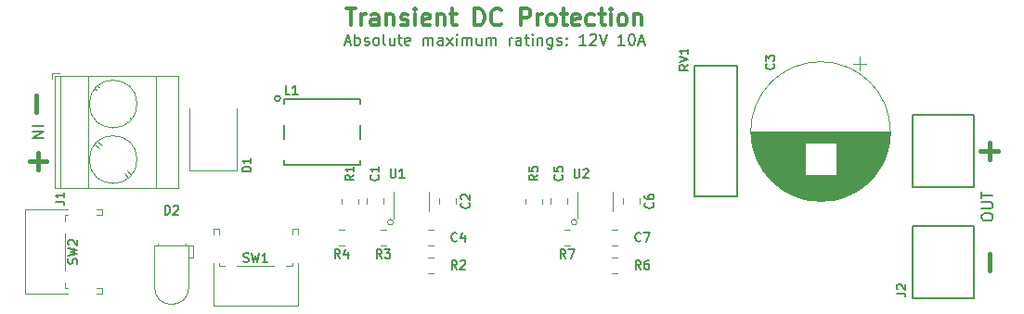
<source format=gto>
%TF.GenerationSoftware,KiCad,Pcbnew,5.1.12-84ad8e8a86~92~ubuntu18.04.1*%
%TF.CreationDate,2023-04-20T21:37:03+02:00*%
%TF.ProjectId,transient-dc-protection,7472616e-7369-4656-9e74-2d64632d7072,rev?*%
%TF.SameCoordinates,Original*%
%TF.FileFunction,Legend,Top*%
%TF.FilePolarity,Positive*%
%FSLAX46Y46*%
G04 Gerber Fmt 4.6, Leading zero omitted, Abs format (unit mm)*
G04 Created by KiCad (PCBNEW 5.1.12-84ad8e8a86~92~ubuntu18.04.1) date 2023-04-20 21:37:03*
%MOMM*%
%LPD*%
G01*
G04 APERTURE LIST*
%ADD10C,0.150000*%
%ADD11C,0.304800*%
%ADD12C,0.120000*%
%ADD13C,0.152400*%
%ADD14C,0.381000*%
G04 APERTURE END LIST*
D10*
X29537142Y-5246666D02*
X30013333Y-5246666D01*
X29441904Y-5532380D02*
X29775238Y-4532380D01*
X30108571Y-5532380D01*
X30441904Y-5532380D02*
X30441904Y-4532380D01*
X30441904Y-4913333D02*
X30537142Y-4865714D01*
X30727619Y-4865714D01*
X30822857Y-4913333D01*
X30870476Y-4960952D01*
X30918095Y-5056190D01*
X30918095Y-5341904D01*
X30870476Y-5437142D01*
X30822857Y-5484761D01*
X30727619Y-5532380D01*
X30537142Y-5532380D01*
X30441904Y-5484761D01*
X31299047Y-5484761D02*
X31394285Y-5532380D01*
X31584761Y-5532380D01*
X31679999Y-5484761D01*
X31727619Y-5389523D01*
X31727619Y-5341904D01*
X31679999Y-5246666D01*
X31584761Y-5199047D01*
X31441904Y-5199047D01*
X31346666Y-5151428D01*
X31299047Y-5056190D01*
X31299047Y-5008571D01*
X31346666Y-4913333D01*
X31441904Y-4865714D01*
X31584761Y-4865714D01*
X31679999Y-4913333D01*
X32299047Y-5532380D02*
X32203809Y-5484761D01*
X32156190Y-5437142D01*
X32108571Y-5341904D01*
X32108571Y-5056190D01*
X32156190Y-4960952D01*
X32203809Y-4913333D01*
X32299047Y-4865714D01*
X32441904Y-4865714D01*
X32537142Y-4913333D01*
X32584761Y-4960952D01*
X32632380Y-5056190D01*
X32632380Y-5341904D01*
X32584761Y-5437142D01*
X32537142Y-5484761D01*
X32441904Y-5532380D01*
X32299047Y-5532380D01*
X33203809Y-5532380D02*
X33108571Y-5484761D01*
X33060952Y-5389523D01*
X33060952Y-4532380D01*
X34013333Y-4865714D02*
X34013333Y-5532380D01*
X33584761Y-4865714D02*
X33584761Y-5389523D01*
X33632380Y-5484761D01*
X33727619Y-5532380D01*
X33870476Y-5532380D01*
X33965714Y-5484761D01*
X34013333Y-5437142D01*
X34346666Y-4865714D02*
X34727619Y-4865714D01*
X34489523Y-4532380D02*
X34489523Y-5389523D01*
X34537142Y-5484761D01*
X34632380Y-5532380D01*
X34727619Y-5532380D01*
X35441904Y-5484761D02*
X35346666Y-5532380D01*
X35156190Y-5532380D01*
X35060952Y-5484761D01*
X35013333Y-5389523D01*
X35013333Y-5008571D01*
X35060952Y-4913333D01*
X35156190Y-4865714D01*
X35346666Y-4865714D01*
X35441904Y-4913333D01*
X35489523Y-5008571D01*
X35489523Y-5103809D01*
X35013333Y-5199047D01*
X36680000Y-5532380D02*
X36680000Y-4865714D01*
X36680000Y-4960952D02*
X36727619Y-4913333D01*
X36822857Y-4865714D01*
X36965714Y-4865714D01*
X37060952Y-4913333D01*
X37108571Y-5008571D01*
X37108571Y-5532380D01*
X37108571Y-5008571D02*
X37156190Y-4913333D01*
X37251428Y-4865714D01*
X37394285Y-4865714D01*
X37489523Y-4913333D01*
X37537142Y-5008571D01*
X37537142Y-5532380D01*
X38441904Y-5532380D02*
X38441904Y-5008571D01*
X38394285Y-4913333D01*
X38299047Y-4865714D01*
X38108571Y-4865714D01*
X38013333Y-4913333D01*
X38441904Y-5484761D02*
X38346666Y-5532380D01*
X38108571Y-5532380D01*
X38013333Y-5484761D01*
X37965714Y-5389523D01*
X37965714Y-5294285D01*
X38013333Y-5199047D01*
X38108571Y-5151428D01*
X38346666Y-5151428D01*
X38441904Y-5103809D01*
X38822857Y-5532380D02*
X39346666Y-4865714D01*
X38822857Y-4865714D02*
X39346666Y-5532380D01*
X39727619Y-5532380D02*
X39727619Y-4865714D01*
X39727619Y-4532380D02*
X39680000Y-4580000D01*
X39727619Y-4627619D01*
X39775238Y-4580000D01*
X39727619Y-4532380D01*
X39727619Y-4627619D01*
X40203809Y-5532380D02*
X40203809Y-4865714D01*
X40203809Y-4960952D02*
X40251428Y-4913333D01*
X40346666Y-4865714D01*
X40489523Y-4865714D01*
X40584761Y-4913333D01*
X40632380Y-5008571D01*
X40632380Y-5532380D01*
X40632380Y-5008571D02*
X40680000Y-4913333D01*
X40775238Y-4865714D01*
X40918095Y-4865714D01*
X41013333Y-4913333D01*
X41060952Y-5008571D01*
X41060952Y-5532380D01*
X41965714Y-4865714D02*
X41965714Y-5532380D01*
X41537142Y-4865714D02*
X41537142Y-5389523D01*
X41584761Y-5484761D01*
X41680000Y-5532380D01*
X41822857Y-5532380D01*
X41918095Y-5484761D01*
X41965714Y-5437142D01*
X42441904Y-5532380D02*
X42441904Y-4865714D01*
X42441904Y-4960952D02*
X42489523Y-4913333D01*
X42584761Y-4865714D01*
X42727619Y-4865714D01*
X42822857Y-4913333D01*
X42870476Y-5008571D01*
X42870476Y-5532380D01*
X42870476Y-5008571D02*
X42918095Y-4913333D01*
X43013333Y-4865714D01*
X43156190Y-4865714D01*
X43251428Y-4913333D01*
X43299047Y-5008571D01*
X43299047Y-5532380D01*
X44537142Y-5532380D02*
X44537142Y-4865714D01*
X44537142Y-5056190D02*
X44584761Y-4960952D01*
X44632380Y-4913333D01*
X44727619Y-4865714D01*
X44822857Y-4865714D01*
X45584761Y-5532380D02*
X45584761Y-5008571D01*
X45537142Y-4913333D01*
X45441904Y-4865714D01*
X45251428Y-4865714D01*
X45156190Y-4913333D01*
X45584761Y-5484761D02*
X45489523Y-5532380D01*
X45251428Y-5532380D01*
X45156190Y-5484761D01*
X45108571Y-5389523D01*
X45108571Y-5294285D01*
X45156190Y-5199047D01*
X45251428Y-5151428D01*
X45489523Y-5151428D01*
X45584761Y-5103809D01*
X45918095Y-4865714D02*
X46299047Y-4865714D01*
X46060952Y-4532380D02*
X46060952Y-5389523D01*
X46108571Y-5484761D01*
X46203809Y-5532380D01*
X46299047Y-5532380D01*
X46632380Y-5532380D02*
X46632380Y-4865714D01*
X46632380Y-4532380D02*
X46584761Y-4580000D01*
X46632380Y-4627619D01*
X46680000Y-4580000D01*
X46632380Y-4532380D01*
X46632380Y-4627619D01*
X47108571Y-4865714D02*
X47108571Y-5532380D01*
X47108571Y-4960952D02*
X47156190Y-4913333D01*
X47251428Y-4865714D01*
X47394285Y-4865714D01*
X47489523Y-4913333D01*
X47537142Y-5008571D01*
X47537142Y-5532380D01*
X48441904Y-4865714D02*
X48441904Y-5675238D01*
X48394285Y-5770476D01*
X48346666Y-5818095D01*
X48251428Y-5865714D01*
X48108571Y-5865714D01*
X48013333Y-5818095D01*
X48441904Y-5484761D02*
X48346666Y-5532380D01*
X48156190Y-5532380D01*
X48060952Y-5484761D01*
X48013333Y-5437142D01*
X47965714Y-5341904D01*
X47965714Y-5056190D01*
X48013333Y-4960952D01*
X48060952Y-4913333D01*
X48156190Y-4865714D01*
X48346666Y-4865714D01*
X48441904Y-4913333D01*
X48870476Y-5484761D02*
X48965714Y-5532380D01*
X49156190Y-5532380D01*
X49251428Y-5484761D01*
X49299047Y-5389523D01*
X49299047Y-5341904D01*
X49251428Y-5246666D01*
X49156190Y-5199047D01*
X49013333Y-5199047D01*
X48918095Y-5151428D01*
X48870476Y-5056190D01*
X48870476Y-5008571D01*
X48918095Y-4913333D01*
X49013333Y-4865714D01*
X49156190Y-4865714D01*
X49251428Y-4913333D01*
X49727619Y-5437142D02*
X49775238Y-5484761D01*
X49727619Y-5532380D01*
X49680000Y-5484761D01*
X49727619Y-5437142D01*
X49727619Y-5532380D01*
X49727619Y-4913333D02*
X49775238Y-4960952D01*
X49727619Y-5008571D01*
X49680000Y-4960952D01*
X49727619Y-4913333D01*
X49727619Y-5008571D01*
X51489523Y-5532380D02*
X50918095Y-5532380D01*
X51203809Y-5532380D02*
X51203809Y-4532380D01*
X51108571Y-4675238D01*
X51013333Y-4770476D01*
X50918095Y-4818095D01*
X51870476Y-4627619D02*
X51918095Y-4580000D01*
X52013333Y-4532380D01*
X52251428Y-4532380D01*
X52346666Y-4580000D01*
X52394285Y-4627619D01*
X52441904Y-4722857D01*
X52441904Y-4818095D01*
X52394285Y-4960952D01*
X51822857Y-5532380D01*
X52441904Y-5532380D01*
X52727619Y-4532380D02*
X53060952Y-5532380D01*
X53394285Y-4532380D01*
X55013333Y-5532380D02*
X54441904Y-5532380D01*
X54727619Y-5532380D02*
X54727619Y-4532380D01*
X54632380Y-4675238D01*
X54537142Y-4770476D01*
X54441904Y-4818095D01*
X55632380Y-4532380D02*
X55727619Y-4532380D01*
X55822857Y-4580000D01*
X55870476Y-4627619D01*
X55918095Y-4722857D01*
X55965714Y-4913333D01*
X55965714Y-5151428D01*
X55918095Y-5341904D01*
X55870476Y-5437142D01*
X55822857Y-5484761D01*
X55727619Y-5532380D01*
X55632380Y-5532380D01*
X55537142Y-5484761D01*
X55489523Y-5437142D01*
X55441904Y-5341904D01*
X55394285Y-5151428D01*
X55394285Y-4913333D01*
X55441904Y-4722857D01*
X55489523Y-4627619D01*
X55537142Y-4580000D01*
X55632380Y-4532380D01*
X56346666Y-5246666D02*
X56822857Y-5246666D01*
X56251428Y-5532380D02*
X56584761Y-4532380D01*
X56918095Y-5532380D01*
D11*
X29609142Y-2213428D02*
X30480000Y-2213428D01*
X30044571Y-3737428D02*
X30044571Y-2213428D01*
X30988000Y-3737428D02*
X30988000Y-2721428D01*
X30988000Y-3011714D02*
X31060571Y-2866571D01*
X31133142Y-2794000D01*
X31278285Y-2721428D01*
X31423428Y-2721428D01*
X32584571Y-3737428D02*
X32584571Y-2939142D01*
X32512000Y-2794000D01*
X32366857Y-2721428D01*
X32076571Y-2721428D01*
X31931428Y-2794000D01*
X32584571Y-3664857D02*
X32439428Y-3737428D01*
X32076571Y-3737428D01*
X31931428Y-3664857D01*
X31858857Y-3519714D01*
X31858857Y-3374571D01*
X31931428Y-3229428D01*
X32076571Y-3156857D01*
X32439428Y-3156857D01*
X32584571Y-3084285D01*
X33310285Y-2721428D02*
X33310285Y-3737428D01*
X33310285Y-2866571D02*
X33382857Y-2794000D01*
X33528000Y-2721428D01*
X33745714Y-2721428D01*
X33890857Y-2794000D01*
X33963428Y-2939142D01*
X33963428Y-3737428D01*
X34616571Y-3664857D02*
X34761714Y-3737428D01*
X35052000Y-3737428D01*
X35197142Y-3664857D01*
X35269714Y-3519714D01*
X35269714Y-3447142D01*
X35197142Y-3302000D01*
X35052000Y-3229428D01*
X34834285Y-3229428D01*
X34689142Y-3156857D01*
X34616571Y-3011714D01*
X34616571Y-2939142D01*
X34689142Y-2794000D01*
X34834285Y-2721428D01*
X35052000Y-2721428D01*
X35197142Y-2794000D01*
X35922857Y-3737428D02*
X35922857Y-2721428D01*
X35922857Y-2213428D02*
X35850285Y-2286000D01*
X35922857Y-2358571D01*
X35995428Y-2286000D01*
X35922857Y-2213428D01*
X35922857Y-2358571D01*
X37229142Y-3664857D02*
X37084000Y-3737428D01*
X36793714Y-3737428D01*
X36648571Y-3664857D01*
X36576000Y-3519714D01*
X36576000Y-2939142D01*
X36648571Y-2794000D01*
X36793714Y-2721428D01*
X37084000Y-2721428D01*
X37229142Y-2794000D01*
X37301714Y-2939142D01*
X37301714Y-3084285D01*
X36576000Y-3229428D01*
X37954857Y-2721428D02*
X37954857Y-3737428D01*
X37954857Y-2866571D02*
X38027428Y-2794000D01*
X38172571Y-2721428D01*
X38390285Y-2721428D01*
X38535428Y-2794000D01*
X38608000Y-2939142D01*
X38608000Y-3737428D01*
X39116000Y-2721428D02*
X39696571Y-2721428D01*
X39333714Y-2213428D02*
X39333714Y-3519714D01*
X39406285Y-3664857D01*
X39551428Y-3737428D01*
X39696571Y-3737428D01*
X41365714Y-3737428D02*
X41365714Y-2213428D01*
X41728571Y-2213428D01*
X41946285Y-2286000D01*
X42091428Y-2431142D01*
X42164000Y-2576285D01*
X42236571Y-2866571D01*
X42236571Y-3084285D01*
X42164000Y-3374571D01*
X42091428Y-3519714D01*
X41946285Y-3664857D01*
X41728571Y-3737428D01*
X41365714Y-3737428D01*
X43760571Y-3592285D02*
X43688000Y-3664857D01*
X43470285Y-3737428D01*
X43325142Y-3737428D01*
X43107428Y-3664857D01*
X42962285Y-3519714D01*
X42889714Y-3374571D01*
X42817142Y-3084285D01*
X42817142Y-2866571D01*
X42889714Y-2576285D01*
X42962285Y-2431142D01*
X43107428Y-2286000D01*
X43325142Y-2213428D01*
X43470285Y-2213428D01*
X43688000Y-2286000D01*
X43760571Y-2358571D01*
X45574857Y-3737428D02*
X45574857Y-2213428D01*
X46155428Y-2213428D01*
X46300571Y-2286000D01*
X46373142Y-2358571D01*
X46445714Y-2503714D01*
X46445714Y-2721428D01*
X46373142Y-2866571D01*
X46300571Y-2939142D01*
X46155428Y-3011714D01*
X45574857Y-3011714D01*
X47098857Y-3737428D02*
X47098857Y-2721428D01*
X47098857Y-3011714D02*
X47171428Y-2866571D01*
X47244000Y-2794000D01*
X47389142Y-2721428D01*
X47534285Y-2721428D01*
X48260000Y-3737428D02*
X48114857Y-3664857D01*
X48042285Y-3592285D01*
X47969714Y-3447142D01*
X47969714Y-3011714D01*
X48042285Y-2866571D01*
X48114857Y-2794000D01*
X48260000Y-2721428D01*
X48477714Y-2721428D01*
X48622857Y-2794000D01*
X48695428Y-2866571D01*
X48768000Y-3011714D01*
X48768000Y-3447142D01*
X48695428Y-3592285D01*
X48622857Y-3664857D01*
X48477714Y-3737428D01*
X48260000Y-3737428D01*
X49203428Y-2721428D02*
X49784000Y-2721428D01*
X49421142Y-2213428D02*
X49421142Y-3519714D01*
X49493714Y-3664857D01*
X49638857Y-3737428D01*
X49784000Y-3737428D01*
X50872571Y-3664857D02*
X50727428Y-3737428D01*
X50437142Y-3737428D01*
X50291999Y-3664857D01*
X50219428Y-3519714D01*
X50219428Y-2939142D01*
X50291999Y-2794000D01*
X50437142Y-2721428D01*
X50727428Y-2721428D01*
X50872571Y-2794000D01*
X50945142Y-2939142D01*
X50945142Y-3084285D01*
X50219428Y-3229428D01*
X52251428Y-3664857D02*
X52106285Y-3737428D01*
X51815999Y-3737428D01*
X51670857Y-3664857D01*
X51598285Y-3592285D01*
X51525714Y-3447142D01*
X51525714Y-3011714D01*
X51598285Y-2866571D01*
X51670857Y-2794000D01*
X51815999Y-2721428D01*
X52106285Y-2721428D01*
X52251428Y-2794000D01*
X52686857Y-2721428D02*
X53267428Y-2721428D01*
X52904571Y-2213428D02*
X52904571Y-3519714D01*
X52977142Y-3664857D01*
X53122285Y-3737428D01*
X53267428Y-3737428D01*
X53775428Y-3737428D02*
X53775428Y-2721428D01*
X53775428Y-2213428D02*
X53702857Y-2286000D01*
X53775428Y-2358571D01*
X53847999Y-2286000D01*
X53775428Y-2213428D01*
X53775428Y-2358571D01*
X54718857Y-3737428D02*
X54573714Y-3664857D01*
X54501142Y-3592285D01*
X54428571Y-3447142D01*
X54428571Y-3011714D01*
X54501142Y-2866571D01*
X54573714Y-2794000D01*
X54718857Y-2721428D01*
X54936571Y-2721428D01*
X55081714Y-2794000D01*
X55154285Y-2866571D01*
X55226857Y-3011714D01*
X55226857Y-3447142D01*
X55154285Y-3592285D01*
X55081714Y-3664857D01*
X54936571Y-3737428D01*
X54718857Y-3737428D01*
X55879999Y-2721428D02*
X55879999Y-3737428D01*
X55879999Y-2866571D02*
X55952571Y-2794000D01*
X56097714Y-2721428D01*
X56315428Y-2721428D01*
X56460571Y-2794000D01*
X56533142Y-2939142D01*
X56533142Y-3737428D01*
D12*
X33909000Y-21717000D02*
G75*
G03*
X33909000Y-21717000I-254000J0D01*
G01*
X50673000Y-21717000D02*
G75*
G03*
X50673000Y-21717000I-254000J0D01*
G01*
D13*
X87581619Y-21336000D02*
X87581619Y-21142476D01*
X87630000Y-21045714D01*
X87726761Y-20948952D01*
X87920285Y-20900571D01*
X88258952Y-20900571D01*
X88452476Y-20948952D01*
X88549238Y-21045714D01*
X88597619Y-21142476D01*
X88597619Y-21336000D01*
X88549238Y-21432761D01*
X88452476Y-21529523D01*
X88258952Y-21577904D01*
X87920285Y-21577904D01*
X87726761Y-21529523D01*
X87630000Y-21432761D01*
X87581619Y-21336000D01*
X87581619Y-20465142D02*
X88404095Y-20465142D01*
X88500857Y-20416761D01*
X88549238Y-20368380D01*
X88597619Y-20271619D01*
X88597619Y-20078095D01*
X88549238Y-19981333D01*
X88500857Y-19932952D01*
X88404095Y-19884571D01*
X87581619Y-19884571D01*
X87581619Y-19545904D02*
X87581619Y-18965333D01*
X88597619Y-19255619D02*
X87581619Y-19255619D01*
D14*
X88283142Y-26174095D02*
X88283142Y-24625904D01*
X88283142Y-16014095D02*
X88283142Y-14465904D01*
X89057238Y-15240000D02*
X87509047Y-15240000D01*
D13*
X1064380Y-12929809D02*
X2080380Y-12929809D01*
X1064380Y-13413619D02*
X2080380Y-13413619D01*
X1064380Y-13994190D01*
X2080380Y-13994190D01*
D14*
X1378857Y-10147904D02*
X1378857Y-11696095D01*
X749904Y-16147142D02*
X2298095Y-16147142D01*
X1524000Y-16921238D02*
X1524000Y-15373047D01*
D10*
%TO.C,L1*%
X23622000Y-10414000D02*
G75*
G03*
X23622000Y-10414000I-254000J0D01*
G01*
X23932000Y-10862000D02*
X23932000Y-10462000D01*
X30932000Y-10862000D02*
X30932000Y-10462000D01*
X30932000Y-16462000D02*
X30932000Y-16062000D01*
X23932000Y-16462000D02*
X23932000Y-16062000D01*
X23932000Y-10462000D02*
X30932000Y-10462000D01*
X30932000Y-12812000D02*
X30932000Y-14112000D01*
X30932000Y-16462000D02*
X23932000Y-16462000D01*
X23932000Y-14112000D02*
X23932000Y-12812000D01*
%TO.C,J2*%
X81280000Y-28702000D02*
X81280000Y-22098000D01*
X81280000Y-22098000D02*
X86868000Y-22098000D01*
X86868000Y-22098000D02*
X86868000Y-28702000D01*
X86868000Y-28702000D02*
X81280000Y-28702000D01*
X81280000Y-18542000D02*
X86868000Y-18542000D01*
X86868000Y-18542000D02*
X86868000Y-11938000D01*
X86868000Y-11938000D02*
X81280000Y-11938000D01*
X81280000Y-11938000D02*
X81280000Y-18542000D01*
D12*
%TO.C,C1*%
X31523000Y-19550748D02*
X31523000Y-20073252D01*
X32993000Y-19550748D02*
X32993000Y-20073252D01*
%TO.C,C2*%
X39597000Y-19550748D02*
X39597000Y-20073252D01*
X38127000Y-19550748D02*
X38127000Y-20073252D01*
%TO.C,C3*%
X79268000Y-13422000D02*
G75*
G03*
X79268000Y-13422000I-6370000J0D01*
G01*
X79228000Y-13422000D02*
X66568000Y-13422000D01*
X79228000Y-13462000D02*
X66568000Y-13462000D01*
X79228000Y-13502000D02*
X66568000Y-13502000D01*
X79227000Y-13542000D02*
X66569000Y-13542000D01*
X79226000Y-13582000D02*
X66570000Y-13582000D01*
X79225000Y-13622000D02*
X66571000Y-13622000D01*
X79224000Y-13662000D02*
X66572000Y-13662000D01*
X79222000Y-13702000D02*
X66574000Y-13702000D01*
X79220000Y-13742000D02*
X66576000Y-13742000D01*
X79218000Y-13782000D02*
X66578000Y-13782000D01*
X79216000Y-13822000D02*
X66580000Y-13822000D01*
X79213000Y-13862000D02*
X66583000Y-13862000D01*
X79210000Y-13902000D02*
X66586000Y-13902000D01*
X79207000Y-13942000D02*
X66589000Y-13942000D01*
X79204000Y-13982000D02*
X66592000Y-13982000D01*
X79200000Y-14022000D02*
X66596000Y-14022000D01*
X79196000Y-14062000D02*
X66600000Y-14062000D01*
X79192000Y-14102000D02*
X66604000Y-14102000D01*
X79188000Y-14143000D02*
X66608000Y-14143000D01*
X79183000Y-14183000D02*
X66613000Y-14183000D01*
X79178000Y-14223000D02*
X66618000Y-14223000D01*
X79173000Y-14263000D02*
X66623000Y-14263000D01*
X79167000Y-14303000D02*
X66629000Y-14303000D01*
X79162000Y-14343000D02*
X66634000Y-14343000D01*
X79156000Y-14383000D02*
X66640000Y-14383000D01*
X79150000Y-14423000D02*
X66646000Y-14423000D01*
X79143000Y-14463000D02*
X66653000Y-14463000D01*
X79136000Y-14503000D02*
X74338000Y-14503000D01*
X71458000Y-14503000D02*
X66660000Y-14503000D01*
X79129000Y-14543000D02*
X74338000Y-14543000D01*
X71458000Y-14543000D02*
X66667000Y-14543000D01*
X79122000Y-14583000D02*
X74338000Y-14583000D01*
X71458000Y-14583000D02*
X66674000Y-14583000D01*
X79114000Y-14623000D02*
X74338000Y-14623000D01*
X71458000Y-14623000D02*
X66682000Y-14623000D01*
X79107000Y-14663000D02*
X74338000Y-14663000D01*
X71458000Y-14663000D02*
X66689000Y-14663000D01*
X79099000Y-14703000D02*
X74338000Y-14703000D01*
X71458000Y-14703000D02*
X66697000Y-14703000D01*
X79090000Y-14743000D02*
X74338000Y-14743000D01*
X71458000Y-14743000D02*
X66706000Y-14743000D01*
X79082000Y-14783000D02*
X74338000Y-14783000D01*
X71458000Y-14783000D02*
X66714000Y-14783000D01*
X79073000Y-14823000D02*
X74338000Y-14823000D01*
X71458000Y-14823000D02*
X66723000Y-14823000D01*
X79064000Y-14863000D02*
X74338000Y-14863000D01*
X71458000Y-14863000D02*
X66732000Y-14863000D01*
X79054000Y-14903000D02*
X74338000Y-14903000D01*
X71458000Y-14903000D02*
X66742000Y-14903000D01*
X79044000Y-14943000D02*
X74338000Y-14943000D01*
X71458000Y-14943000D02*
X66752000Y-14943000D01*
X79035000Y-14983000D02*
X74338000Y-14983000D01*
X71458000Y-14983000D02*
X66761000Y-14983000D01*
X79024000Y-15023000D02*
X74338000Y-15023000D01*
X71458000Y-15023000D02*
X66772000Y-15023000D01*
X79014000Y-15063000D02*
X74338000Y-15063000D01*
X71458000Y-15063000D02*
X66782000Y-15063000D01*
X79003000Y-15103000D02*
X74338000Y-15103000D01*
X71458000Y-15103000D02*
X66793000Y-15103000D01*
X78992000Y-15143000D02*
X74338000Y-15143000D01*
X71458000Y-15143000D02*
X66804000Y-15143000D01*
X78981000Y-15183000D02*
X74338000Y-15183000D01*
X71458000Y-15183000D02*
X66815000Y-15183000D01*
X78969000Y-15223000D02*
X74338000Y-15223000D01*
X71458000Y-15223000D02*
X66827000Y-15223000D01*
X78957000Y-15263000D02*
X74338000Y-15263000D01*
X71458000Y-15263000D02*
X66839000Y-15263000D01*
X78945000Y-15303000D02*
X74338000Y-15303000D01*
X71458000Y-15303000D02*
X66851000Y-15303000D01*
X78932000Y-15343000D02*
X74338000Y-15343000D01*
X71458000Y-15343000D02*
X66864000Y-15343000D01*
X78919000Y-15383000D02*
X74338000Y-15383000D01*
X71458000Y-15383000D02*
X66877000Y-15383000D01*
X78906000Y-15423000D02*
X74338000Y-15423000D01*
X71458000Y-15423000D02*
X66890000Y-15423000D01*
X78893000Y-15463000D02*
X74338000Y-15463000D01*
X71458000Y-15463000D02*
X66903000Y-15463000D01*
X78879000Y-15503000D02*
X74338000Y-15503000D01*
X71458000Y-15503000D02*
X66917000Y-15503000D01*
X78865000Y-15543000D02*
X74338000Y-15543000D01*
X71458000Y-15543000D02*
X66931000Y-15543000D01*
X78851000Y-15583000D02*
X74338000Y-15583000D01*
X71458000Y-15583000D02*
X66945000Y-15583000D01*
X78837000Y-15623000D02*
X74338000Y-15623000D01*
X71458000Y-15623000D02*
X66959000Y-15623000D01*
X78822000Y-15663000D02*
X74338000Y-15663000D01*
X71458000Y-15663000D02*
X66974000Y-15663000D01*
X78806000Y-15703000D02*
X74338000Y-15703000D01*
X71458000Y-15703000D02*
X66990000Y-15703000D01*
X78791000Y-15743000D02*
X74338000Y-15743000D01*
X71458000Y-15743000D02*
X67005000Y-15743000D01*
X78775000Y-15783000D02*
X74338000Y-15783000D01*
X71458000Y-15783000D02*
X67021000Y-15783000D01*
X78759000Y-15823000D02*
X74338000Y-15823000D01*
X71458000Y-15823000D02*
X67037000Y-15823000D01*
X78743000Y-15863000D02*
X74338000Y-15863000D01*
X71458000Y-15863000D02*
X67053000Y-15863000D01*
X78726000Y-15903000D02*
X74338000Y-15903000D01*
X71458000Y-15903000D02*
X67070000Y-15903000D01*
X78709000Y-15943000D02*
X74338000Y-15943000D01*
X71458000Y-15943000D02*
X67087000Y-15943000D01*
X78691000Y-15983000D02*
X74338000Y-15983000D01*
X71458000Y-15983000D02*
X67105000Y-15983000D01*
X78674000Y-16023000D02*
X74338000Y-16023000D01*
X71458000Y-16023000D02*
X67122000Y-16023000D01*
X78656000Y-16063000D02*
X74338000Y-16063000D01*
X71458000Y-16063000D02*
X67140000Y-16063000D01*
X78637000Y-16103000D02*
X74338000Y-16103000D01*
X71458000Y-16103000D02*
X67159000Y-16103000D01*
X78619000Y-16143000D02*
X74338000Y-16143000D01*
X71458000Y-16143000D02*
X67177000Y-16143000D01*
X78600000Y-16183000D02*
X74338000Y-16183000D01*
X71458000Y-16183000D02*
X67196000Y-16183000D01*
X78580000Y-16223000D02*
X74338000Y-16223000D01*
X71458000Y-16223000D02*
X67216000Y-16223000D01*
X78560000Y-16263000D02*
X74338000Y-16263000D01*
X71458000Y-16263000D02*
X67236000Y-16263000D01*
X78540000Y-16303000D02*
X74338000Y-16303000D01*
X71458000Y-16303000D02*
X67256000Y-16303000D01*
X78520000Y-16343000D02*
X74338000Y-16343000D01*
X71458000Y-16343000D02*
X67276000Y-16343000D01*
X78499000Y-16383000D02*
X74338000Y-16383000D01*
X71458000Y-16383000D02*
X67297000Y-16383000D01*
X78478000Y-16423000D02*
X74338000Y-16423000D01*
X71458000Y-16423000D02*
X67318000Y-16423000D01*
X78456000Y-16463000D02*
X74338000Y-16463000D01*
X71458000Y-16463000D02*
X67340000Y-16463000D01*
X78434000Y-16503000D02*
X74338000Y-16503000D01*
X71458000Y-16503000D02*
X67362000Y-16503000D01*
X78412000Y-16543000D02*
X74338000Y-16543000D01*
X71458000Y-16543000D02*
X67384000Y-16543000D01*
X78389000Y-16583000D02*
X74338000Y-16583000D01*
X71458000Y-16583000D02*
X67407000Y-16583000D01*
X78366000Y-16623000D02*
X74338000Y-16623000D01*
X71458000Y-16623000D02*
X67430000Y-16623000D01*
X78343000Y-16663000D02*
X74338000Y-16663000D01*
X71458000Y-16663000D02*
X67453000Y-16663000D01*
X78319000Y-16703000D02*
X74338000Y-16703000D01*
X71458000Y-16703000D02*
X67477000Y-16703000D01*
X78295000Y-16743000D02*
X74338000Y-16743000D01*
X71458000Y-16743000D02*
X67501000Y-16743000D01*
X78270000Y-16783000D02*
X74338000Y-16783000D01*
X71458000Y-16783000D02*
X67526000Y-16783000D01*
X78245000Y-16823000D02*
X74338000Y-16823000D01*
X71458000Y-16823000D02*
X67551000Y-16823000D01*
X78220000Y-16863000D02*
X74338000Y-16863000D01*
X71458000Y-16863000D02*
X67576000Y-16863000D01*
X78194000Y-16903000D02*
X74338000Y-16903000D01*
X71458000Y-16903000D02*
X67602000Y-16903000D01*
X78168000Y-16943000D02*
X74338000Y-16943000D01*
X71458000Y-16943000D02*
X67628000Y-16943000D01*
X78141000Y-16983000D02*
X74338000Y-16983000D01*
X71458000Y-16983000D02*
X67655000Y-16983000D01*
X78114000Y-17023000D02*
X74338000Y-17023000D01*
X71458000Y-17023000D02*
X67682000Y-17023000D01*
X78086000Y-17063000D02*
X74338000Y-17063000D01*
X71458000Y-17063000D02*
X67710000Y-17063000D01*
X78058000Y-17103000D02*
X74338000Y-17103000D01*
X71458000Y-17103000D02*
X67738000Y-17103000D01*
X78029000Y-17143000D02*
X74338000Y-17143000D01*
X71458000Y-17143000D02*
X67767000Y-17143000D01*
X78000000Y-17183000D02*
X74338000Y-17183000D01*
X71458000Y-17183000D02*
X67796000Y-17183000D01*
X77971000Y-17223000D02*
X74338000Y-17223000D01*
X71458000Y-17223000D02*
X67825000Y-17223000D01*
X77941000Y-17263000D02*
X74338000Y-17263000D01*
X71458000Y-17263000D02*
X67855000Y-17263000D01*
X77910000Y-17303000D02*
X74338000Y-17303000D01*
X71458000Y-17303000D02*
X67886000Y-17303000D01*
X77880000Y-17343000D02*
X74338000Y-17343000D01*
X71458000Y-17343000D02*
X67916000Y-17343000D01*
X77848000Y-17383000D02*
X67948000Y-17383000D01*
X77816000Y-17423000D02*
X67980000Y-17423000D01*
X77783000Y-17463000D02*
X68013000Y-17463000D01*
X77750000Y-17503000D02*
X68046000Y-17503000D01*
X77717000Y-17543000D02*
X68079000Y-17543000D01*
X77683000Y-17583000D02*
X68113000Y-17583000D01*
X77648000Y-17623000D02*
X68148000Y-17623000D01*
X77612000Y-17663000D02*
X68184000Y-17663000D01*
X77576000Y-17703000D02*
X68220000Y-17703000D01*
X77540000Y-17743000D02*
X68256000Y-17743000D01*
X77503000Y-17783000D02*
X68293000Y-17783000D01*
X77465000Y-17823000D02*
X68331000Y-17823000D01*
X77426000Y-17863000D02*
X68370000Y-17863000D01*
X77387000Y-17903000D02*
X68409000Y-17903000D01*
X77347000Y-17943000D02*
X68449000Y-17943000D01*
X77306000Y-17983000D02*
X68490000Y-17983000D01*
X77265000Y-18023000D02*
X68531000Y-18023000D01*
X77223000Y-18063000D02*
X68573000Y-18063000D01*
X77180000Y-18103000D02*
X68616000Y-18103000D01*
X77136000Y-18143000D02*
X68660000Y-18143000D01*
X77092000Y-18183000D02*
X68704000Y-18183000D01*
X77046000Y-18223000D02*
X68750000Y-18223000D01*
X77000000Y-18263000D02*
X68796000Y-18263000D01*
X76953000Y-18303000D02*
X68843000Y-18303000D01*
X76905000Y-18343000D02*
X68891000Y-18343000D01*
X76855000Y-18383000D02*
X68941000Y-18383000D01*
X76805000Y-18423000D02*
X68991000Y-18423000D01*
X76754000Y-18463000D02*
X69042000Y-18463000D01*
X76702000Y-18503000D02*
X69094000Y-18503000D01*
X76648000Y-18543000D02*
X69148000Y-18543000D01*
X76594000Y-18583000D02*
X69202000Y-18583000D01*
X76538000Y-18623000D02*
X69258000Y-18623000D01*
X76481000Y-18663000D02*
X69315000Y-18663000D01*
X76422000Y-18703000D02*
X69374000Y-18703000D01*
X76362000Y-18743000D02*
X69434000Y-18743000D01*
X76300000Y-18783000D02*
X69496000Y-18783000D01*
X76237000Y-18823000D02*
X69559000Y-18823000D01*
X76173000Y-18863000D02*
X69623000Y-18863000D01*
X76106000Y-18903000D02*
X69690000Y-18903000D01*
X76038000Y-18943000D02*
X69758000Y-18943000D01*
X75967000Y-18983000D02*
X69829000Y-18983000D01*
X75894000Y-19023000D02*
X69902000Y-19023000D01*
X75819000Y-19063000D02*
X69977000Y-19063000D01*
X75742000Y-19103000D02*
X70054000Y-19103000D01*
X75662000Y-19143000D02*
X70134000Y-19143000D01*
X75579000Y-19183000D02*
X70217000Y-19183000D01*
X75492000Y-19223000D02*
X70304000Y-19223000D01*
X75402000Y-19263000D02*
X70394000Y-19263000D01*
X75308000Y-19303000D02*
X70488000Y-19303000D01*
X75210000Y-19343000D02*
X70586000Y-19343000D01*
X75107000Y-19383000D02*
X70689000Y-19383000D01*
X74998000Y-19423000D02*
X70798000Y-19423000D01*
X74882000Y-19463000D02*
X70914000Y-19463000D01*
X74759000Y-19503000D02*
X71037000Y-19503000D01*
X74626000Y-19543000D02*
X71170000Y-19543000D01*
X74481000Y-19583000D02*
X71315000Y-19583000D01*
X74320000Y-19623000D02*
X71476000Y-19623000D01*
X74139000Y-19663000D02*
X71657000Y-19663000D01*
X73926000Y-19703000D02*
X71870000Y-19703000D01*
X73655000Y-19743000D02*
X72141000Y-19743000D01*
X73215000Y-19783000D02*
X72581000Y-19783000D01*
X76473000Y-6604918D02*
X76473000Y-7854918D01*
X77098000Y-7229918D02*
X75848000Y-7229918D01*
%TO.C,C4*%
X37076748Y-22379000D02*
X37599252Y-22379000D01*
X37076748Y-23849000D02*
X37599252Y-23849000D01*
%TO.C,C5*%
X48287000Y-19550748D02*
X48287000Y-20073252D01*
X49757000Y-19550748D02*
X49757000Y-20073252D01*
%TO.C,C6*%
X56361000Y-19550748D02*
X56361000Y-20073252D01*
X54891000Y-19550748D02*
X54891000Y-20073252D01*
%TO.C,C7*%
X53840748Y-23849000D02*
X54363252Y-23849000D01*
X53840748Y-22379000D02*
X54363252Y-22379000D01*
%TO.C,D1*%
X15376000Y-17012000D02*
X19676000Y-17012000D01*
X19676000Y-17012000D02*
X19676000Y-11312000D01*
X15376000Y-17012000D02*
X15376000Y-11312000D01*
%TO.C,D2*%
X12156000Y-23816000D02*
X12156000Y-27676000D01*
X15276000Y-23816000D02*
X15276000Y-27676000D01*
X12156000Y-23816000D02*
X15276000Y-23816000D01*
X15676000Y-23816000D02*
X15676000Y-24936000D01*
X15676000Y-24936000D02*
X15276000Y-24936000D01*
X15276000Y-24936000D02*
X15276000Y-23816000D01*
X15276000Y-23816000D02*
X15676000Y-23816000D01*
X12446000Y-23686000D02*
X12446000Y-23816000D01*
X12446000Y-23816000D02*
X12446000Y-23816000D01*
X12446000Y-23816000D02*
X12446000Y-23686000D01*
X12446000Y-23686000D02*
X12446000Y-23686000D01*
X14986000Y-23686000D02*
X14986000Y-23816000D01*
X14986000Y-23816000D02*
X14986000Y-23816000D01*
X14986000Y-23816000D02*
X14986000Y-23686000D01*
X14986000Y-23686000D02*
X14986000Y-23686000D01*
X15276000Y-27676000D02*
G75*
G02*
X12156000Y-27676000I-1560000J0D01*
G01*
%TO.C,J1*%
X10562000Y-10922000D02*
G75*
G03*
X10562000Y-10922000I-2180000J0D01*
G01*
X10562000Y-16002000D02*
G75*
G03*
X10562000Y-16002000I-2180000J0D01*
G01*
X3582000Y-8322000D02*
X3582000Y-18602000D01*
X6082000Y-8322000D02*
X6082000Y-18602000D01*
X12282000Y-8322000D02*
X12282000Y-18602000D01*
X14342000Y-8322000D02*
X14342000Y-18602000D01*
X3022000Y-8322000D02*
X3022000Y-18602000D01*
X14342000Y-8322000D02*
X3022000Y-8322000D01*
X14342000Y-18602000D02*
X3022000Y-18602000D01*
X9770000Y-12576000D02*
X9663000Y-12469000D01*
X6835000Y-9640000D02*
X6728000Y-9534000D01*
X10036000Y-12310000D02*
X9929000Y-12203000D01*
X7101000Y-9374000D02*
X6994000Y-9268000D01*
X9770000Y-17656000D02*
X9374000Y-17261000D01*
X7108000Y-14995000D02*
X6728000Y-14615000D01*
X10036000Y-17390000D02*
X9656000Y-17010000D01*
X7390000Y-14744000D02*
X6994000Y-14349000D01*
X3522000Y-8082000D02*
X2782000Y-8082000D01*
X2782000Y-8082000D02*
X2782000Y-8582000D01*
%TO.C,R1*%
X29237000Y-19584936D02*
X29237000Y-20039064D01*
X30707000Y-19584936D02*
X30707000Y-20039064D01*
%TO.C,R2*%
X37565064Y-26389000D02*
X37110936Y-26389000D01*
X37565064Y-24919000D02*
X37110936Y-24919000D01*
%TO.C,R3*%
X32792936Y-22379000D02*
X33247064Y-22379000D01*
X32792936Y-23849000D02*
X33247064Y-23849000D01*
%TO.C,R4*%
X29437064Y-23849000D02*
X28982936Y-23849000D01*
X29437064Y-22379000D02*
X28982936Y-22379000D01*
%TO.C,R5*%
X47471000Y-19584936D02*
X47471000Y-20039064D01*
X46001000Y-19584936D02*
X46001000Y-20039064D01*
%TO.C,R6*%
X54329064Y-24919000D02*
X53874936Y-24919000D01*
X54329064Y-26389000D02*
X53874936Y-26389000D01*
%TO.C,R7*%
X49556936Y-23849000D02*
X50011064Y-23849000D01*
X49556936Y-22379000D02*
X50011064Y-22379000D01*
D10*
%TO.C,RV1*%
X61358000Y-7402000D02*
X61358000Y-19402000D01*
X65258000Y-7402000D02*
X65258000Y-19402000D01*
X65258000Y-19402000D02*
X61358000Y-19402000D01*
X65258000Y-7402000D02*
X61358000Y-7402000D01*
D12*
%TO.C,SW1*%
X24712000Y-25700000D02*
X24712000Y-25470000D01*
X25232000Y-29370000D02*
X17512000Y-29370000D01*
X17512000Y-29370000D02*
X17512000Y-25470000D01*
X25232000Y-22360000D02*
X24712000Y-22360000D01*
X25232000Y-29370000D02*
X25232000Y-25470000D01*
X18032000Y-25700000D02*
X18032000Y-25470000D01*
X24712000Y-22870000D02*
X24712000Y-22360000D01*
X25232000Y-22870000D02*
X25232000Y-22360000D01*
X18572000Y-25700000D02*
X18032000Y-25700000D01*
X18032000Y-22870000D02*
X18032000Y-22360000D01*
X18032000Y-22360000D02*
X17512000Y-22360000D01*
X17512000Y-22870000D02*
X17512000Y-22360000D01*
X24712000Y-25700000D02*
X24172000Y-25700000D01*
X23072000Y-25700000D02*
X19672000Y-25700000D01*
%TO.C,SW2*%
X4018000Y-26120000D02*
X4018000Y-22720000D01*
X4018000Y-27760000D02*
X4018000Y-27220000D01*
X6848000Y-20560000D02*
X7358000Y-20560000D01*
X7358000Y-21080000D02*
X7358000Y-20560000D01*
X6848000Y-21080000D02*
X7358000Y-21080000D01*
X4018000Y-21620000D02*
X4018000Y-21080000D01*
X6848000Y-28280000D02*
X7358000Y-28280000D01*
X6848000Y-27760000D02*
X7358000Y-27760000D01*
X4018000Y-21080000D02*
X4248000Y-21080000D01*
X348000Y-28280000D02*
X4248000Y-28280000D01*
X7358000Y-28280000D02*
X7358000Y-27760000D01*
X348000Y-20560000D02*
X4248000Y-20560000D01*
X348000Y-28280000D02*
X348000Y-20560000D01*
X4018000Y-27760000D02*
X4248000Y-27760000D01*
%TO.C,U1*%
X37170000Y-20712000D02*
X37170000Y-18912000D01*
X33950000Y-18912000D02*
X33950000Y-21362000D01*
%TO.C,U2*%
X50714000Y-18912000D02*
X50714000Y-21362000D01*
X53934000Y-20712000D02*
X53934000Y-18912000D01*
%TO.C,L1*%
D13*
X24502533Y-10019695D02*
X24115485Y-10019695D01*
X24115485Y-9206895D01*
X25199219Y-10019695D02*
X24734761Y-10019695D01*
X24966990Y-10019695D02*
X24966990Y-9206895D01*
X24889580Y-9323009D01*
X24812171Y-9400419D01*
X24734761Y-9439123D01*
%TO.C,J2*%
X79818895Y-28210933D02*
X80399466Y-28210933D01*
X80515580Y-28249638D01*
X80592990Y-28327047D01*
X80631695Y-28443161D01*
X80631695Y-28520571D01*
X79896304Y-27862590D02*
X79857600Y-27823885D01*
X79818895Y-27746476D01*
X79818895Y-27552952D01*
X79857600Y-27475542D01*
X79896304Y-27436838D01*
X79973714Y-27398133D01*
X80051123Y-27398133D01*
X80167238Y-27436838D01*
X80631695Y-27901295D01*
X80631695Y-27398133D01*
%TO.C,C1*%
X32548285Y-17407466D02*
X32586990Y-17446171D01*
X32625695Y-17562285D01*
X32625695Y-17639695D01*
X32586990Y-17755809D01*
X32509580Y-17833219D01*
X32432171Y-17871923D01*
X32277352Y-17910628D01*
X32161238Y-17910628D01*
X32006419Y-17871923D01*
X31929009Y-17833219D01*
X31851600Y-17755809D01*
X31812895Y-17639695D01*
X31812895Y-17562285D01*
X31851600Y-17446171D01*
X31890304Y-17407466D01*
X32625695Y-16633371D02*
X32625695Y-17097828D01*
X32625695Y-16865600D02*
X31812895Y-16865600D01*
X31929009Y-16943009D01*
X32006419Y-17020419D01*
X32045123Y-17097828D01*
%TO.C,C2*%
X40832285Y-19947466D02*
X40870990Y-19986171D01*
X40909695Y-20102285D01*
X40909695Y-20179695D01*
X40870990Y-20295809D01*
X40793580Y-20373219D01*
X40716171Y-20411923D01*
X40561352Y-20450628D01*
X40445238Y-20450628D01*
X40290419Y-20411923D01*
X40213009Y-20373219D01*
X40135600Y-20295809D01*
X40096895Y-20179695D01*
X40096895Y-20102285D01*
X40135600Y-19986171D01*
X40174304Y-19947466D01*
X40174304Y-19637828D02*
X40135600Y-19599123D01*
X40096895Y-19521714D01*
X40096895Y-19328190D01*
X40135600Y-19250780D01*
X40174304Y-19212076D01*
X40251714Y-19173371D01*
X40329123Y-19173371D01*
X40445238Y-19212076D01*
X40909695Y-19676533D01*
X40909695Y-19173371D01*
%TO.C,C3*%
X68616285Y-7247466D02*
X68654990Y-7286171D01*
X68693695Y-7402285D01*
X68693695Y-7479695D01*
X68654990Y-7595809D01*
X68577580Y-7673219D01*
X68500171Y-7711923D01*
X68345352Y-7750628D01*
X68229238Y-7750628D01*
X68074419Y-7711923D01*
X67997009Y-7673219D01*
X67919600Y-7595809D01*
X67880895Y-7479695D01*
X67880895Y-7402285D01*
X67919600Y-7286171D01*
X67958304Y-7247466D01*
X67880895Y-6976533D02*
X67880895Y-6473371D01*
X68190533Y-6744304D01*
X68190533Y-6628190D01*
X68229238Y-6550780D01*
X68267942Y-6512076D01*
X68345352Y-6473371D01*
X68538876Y-6473371D01*
X68616285Y-6512076D01*
X68654990Y-6550780D01*
X68693695Y-6628190D01*
X68693695Y-6860419D01*
X68654990Y-6937828D01*
X68616285Y-6976533D01*
%TO.C,C4*%
X39742533Y-23404285D02*
X39703828Y-23442990D01*
X39587714Y-23481695D01*
X39510304Y-23481695D01*
X39394190Y-23442990D01*
X39316780Y-23365580D01*
X39278076Y-23288171D01*
X39239371Y-23133352D01*
X39239371Y-23017238D01*
X39278076Y-22862419D01*
X39316780Y-22785009D01*
X39394190Y-22707600D01*
X39510304Y-22668895D01*
X39587714Y-22668895D01*
X39703828Y-22707600D01*
X39742533Y-22746304D01*
X40439219Y-22939828D02*
X40439219Y-23481695D01*
X40245695Y-22630190D02*
X40052171Y-23210761D01*
X40555333Y-23210761D01*
%TO.C,C5*%
X49312285Y-17407466D02*
X49350990Y-17446171D01*
X49389695Y-17562285D01*
X49389695Y-17639695D01*
X49350990Y-17755809D01*
X49273580Y-17833219D01*
X49196171Y-17871923D01*
X49041352Y-17910628D01*
X48925238Y-17910628D01*
X48770419Y-17871923D01*
X48693009Y-17833219D01*
X48615600Y-17755809D01*
X48576895Y-17639695D01*
X48576895Y-17562285D01*
X48615600Y-17446171D01*
X48654304Y-17407466D01*
X48576895Y-16672076D02*
X48576895Y-17059123D01*
X48963942Y-17097828D01*
X48925238Y-17059123D01*
X48886533Y-16981714D01*
X48886533Y-16788190D01*
X48925238Y-16710780D01*
X48963942Y-16672076D01*
X49041352Y-16633371D01*
X49234876Y-16633371D01*
X49312285Y-16672076D01*
X49350990Y-16710780D01*
X49389695Y-16788190D01*
X49389695Y-16981714D01*
X49350990Y-17059123D01*
X49312285Y-17097828D01*
%TO.C,C6*%
X57596285Y-19947466D02*
X57634990Y-19986171D01*
X57673695Y-20102285D01*
X57673695Y-20179695D01*
X57634990Y-20295809D01*
X57557580Y-20373219D01*
X57480171Y-20411923D01*
X57325352Y-20450628D01*
X57209238Y-20450628D01*
X57054419Y-20411923D01*
X56977009Y-20373219D01*
X56899600Y-20295809D01*
X56860895Y-20179695D01*
X56860895Y-20102285D01*
X56899600Y-19986171D01*
X56938304Y-19947466D01*
X56860895Y-19250780D02*
X56860895Y-19405600D01*
X56899600Y-19483009D01*
X56938304Y-19521714D01*
X57054419Y-19599123D01*
X57209238Y-19637828D01*
X57518876Y-19637828D01*
X57596285Y-19599123D01*
X57634990Y-19560419D01*
X57673695Y-19483009D01*
X57673695Y-19328190D01*
X57634990Y-19250780D01*
X57596285Y-19212076D01*
X57518876Y-19173371D01*
X57325352Y-19173371D01*
X57247942Y-19212076D01*
X57209238Y-19250780D01*
X57170533Y-19328190D01*
X57170533Y-19483009D01*
X57209238Y-19560419D01*
X57247942Y-19599123D01*
X57325352Y-19637828D01*
%TO.C,C7*%
X56506533Y-23404285D02*
X56467828Y-23442990D01*
X56351714Y-23481695D01*
X56274304Y-23481695D01*
X56158190Y-23442990D01*
X56080780Y-23365580D01*
X56042076Y-23288171D01*
X56003371Y-23133352D01*
X56003371Y-23017238D01*
X56042076Y-22862419D01*
X56080780Y-22785009D01*
X56158190Y-22707600D01*
X56274304Y-22668895D01*
X56351714Y-22668895D01*
X56467828Y-22707600D01*
X56506533Y-22746304D01*
X56777466Y-22668895D02*
X57319333Y-22668895D01*
X56970990Y-23481695D01*
%TO.C,D1*%
X20941695Y-17109923D02*
X20128895Y-17109923D01*
X20128895Y-16916400D01*
X20167600Y-16800285D01*
X20245009Y-16722876D01*
X20322419Y-16684171D01*
X20477238Y-16645466D01*
X20593352Y-16645466D01*
X20748171Y-16684171D01*
X20825580Y-16722876D01*
X20902990Y-16800285D01*
X20941695Y-16916400D01*
X20941695Y-17109923D01*
X20941695Y-15871371D02*
X20941695Y-16335828D01*
X20941695Y-16103600D02*
X20128895Y-16103600D01*
X20245009Y-16181009D01*
X20322419Y-16258419D01*
X20361123Y-16335828D01*
%TO.C,D2*%
X13116076Y-21013695D02*
X13116076Y-20200895D01*
X13309600Y-20200895D01*
X13425714Y-20239600D01*
X13503123Y-20317009D01*
X13541828Y-20394419D01*
X13580533Y-20549238D01*
X13580533Y-20665352D01*
X13541828Y-20820171D01*
X13503123Y-20897580D01*
X13425714Y-20974990D01*
X13309600Y-21013695D01*
X13116076Y-21013695D01*
X13890171Y-20278304D02*
X13928876Y-20239600D01*
X14006285Y-20200895D01*
X14199809Y-20200895D01*
X14277219Y-20239600D01*
X14315923Y-20278304D01*
X14354628Y-20355714D01*
X14354628Y-20433123D01*
X14315923Y-20549238D01*
X13851466Y-21013695D01*
X14354628Y-21013695D01*
%TO.C,J1*%
X3110895Y-19828933D02*
X3691466Y-19828933D01*
X3807580Y-19867638D01*
X3884990Y-19945047D01*
X3923695Y-20061161D01*
X3923695Y-20138571D01*
X3923695Y-19016133D02*
X3923695Y-19480590D01*
X3923695Y-19248361D02*
X3110895Y-19248361D01*
X3227009Y-19325771D01*
X3304419Y-19403180D01*
X3343123Y-19480590D01*
%TO.C,R1*%
X30339695Y-17407466D02*
X29952647Y-17678400D01*
X30339695Y-17871923D02*
X29526895Y-17871923D01*
X29526895Y-17562285D01*
X29565600Y-17484876D01*
X29604304Y-17446171D01*
X29681714Y-17407466D01*
X29797828Y-17407466D01*
X29875238Y-17446171D01*
X29913942Y-17484876D01*
X29952647Y-17562285D01*
X29952647Y-17871923D01*
X30339695Y-16633371D02*
X30339695Y-17097828D01*
X30339695Y-16865600D02*
X29526895Y-16865600D01*
X29643009Y-16943009D01*
X29720419Y-17020419D01*
X29759123Y-17097828D01*
%TO.C,R2*%
X39742533Y-26021695D02*
X39471600Y-25634647D01*
X39278076Y-26021695D02*
X39278076Y-25208895D01*
X39587714Y-25208895D01*
X39665123Y-25247600D01*
X39703828Y-25286304D01*
X39742533Y-25363714D01*
X39742533Y-25479828D01*
X39703828Y-25557238D01*
X39665123Y-25595942D01*
X39587714Y-25634647D01*
X39278076Y-25634647D01*
X40052171Y-25286304D02*
X40090876Y-25247600D01*
X40168285Y-25208895D01*
X40361809Y-25208895D01*
X40439219Y-25247600D01*
X40477923Y-25286304D01*
X40516628Y-25363714D01*
X40516628Y-25441123D01*
X40477923Y-25557238D01*
X40013466Y-26021695D01*
X40516628Y-26021695D01*
%TO.C,R3*%
X32884533Y-25005695D02*
X32613600Y-24618647D01*
X32420076Y-25005695D02*
X32420076Y-24192895D01*
X32729714Y-24192895D01*
X32807123Y-24231600D01*
X32845828Y-24270304D01*
X32884533Y-24347714D01*
X32884533Y-24463828D01*
X32845828Y-24541238D01*
X32807123Y-24579942D01*
X32729714Y-24618647D01*
X32420076Y-24618647D01*
X33155466Y-24192895D02*
X33658628Y-24192895D01*
X33387695Y-24502533D01*
X33503809Y-24502533D01*
X33581219Y-24541238D01*
X33619923Y-24579942D01*
X33658628Y-24657352D01*
X33658628Y-24850876D01*
X33619923Y-24928285D01*
X33581219Y-24966990D01*
X33503809Y-25005695D01*
X33271580Y-25005695D01*
X33194171Y-24966990D01*
X33155466Y-24928285D01*
%TO.C,R4*%
X29074533Y-25005695D02*
X28803600Y-24618647D01*
X28610076Y-25005695D02*
X28610076Y-24192895D01*
X28919714Y-24192895D01*
X28997123Y-24231600D01*
X29035828Y-24270304D01*
X29074533Y-24347714D01*
X29074533Y-24463828D01*
X29035828Y-24541238D01*
X28997123Y-24579942D01*
X28919714Y-24618647D01*
X28610076Y-24618647D01*
X29771219Y-24463828D02*
X29771219Y-25005695D01*
X29577695Y-24154190D02*
X29384171Y-24734761D01*
X29887333Y-24734761D01*
%TO.C,R5*%
X47103695Y-17407466D02*
X46716647Y-17678400D01*
X47103695Y-17871923D02*
X46290895Y-17871923D01*
X46290895Y-17562285D01*
X46329600Y-17484876D01*
X46368304Y-17446171D01*
X46445714Y-17407466D01*
X46561828Y-17407466D01*
X46639238Y-17446171D01*
X46677942Y-17484876D01*
X46716647Y-17562285D01*
X46716647Y-17871923D01*
X46290895Y-16672076D02*
X46290895Y-17059123D01*
X46677942Y-17097828D01*
X46639238Y-17059123D01*
X46600533Y-16981714D01*
X46600533Y-16788190D01*
X46639238Y-16710780D01*
X46677942Y-16672076D01*
X46755352Y-16633371D01*
X46948876Y-16633371D01*
X47026285Y-16672076D01*
X47064990Y-16710780D01*
X47103695Y-16788190D01*
X47103695Y-16981714D01*
X47064990Y-17059123D01*
X47026285Y-17097828D01*
%TO.C,R6*%
X56506533Y-26021695D02*
X56235600Y-25634647D01*
X56042076Y-26021695D02*
X56042076Y-25208895D01*
X56351714Y-25208895D01*
X56429123Y-25247600D01*
X56467828Y-25286304D01*
X56506533Y-25363714D01*
X56506533Y-25479828D01*
X56467828Y-25557238D01*
X56429123Y-25595942D01*
X56351714Y-25634647D01*
X56042076Y-25634647D01*
X57203219Y-25208895D02*
X57048400Y-25208895D01*
X56970990Y-25247600D01*
X56932285Y-25286304D01*
X56854876Y-25402419D01*
X56816171Y-25557238D01*
X56816171Y-25866876D01*
X56854876Y-25944285D01*
X56893580Y-25982990D01*
X56970990Y-26021695D01*
X57125809Y-26021695D01*
X57203219Y-25982990D01*
X57241923Y-25944285D01*
X57280628Y-25866876D01*
X57280628Y-25673352D01*
X57241923Y-25595942D01*
X57203219Y-25557238D01*
X57125809Y-25518533D01*
X56970990Y-25518533D01*
X56893580Y-25557238D01*
X56854876Y-25595942D01*
X56816171Y-25673352D01*
%TO.C,R7*%
X49648533Y-25005695D02*
X49377600Y-24618647D01*
X49184076Y-25005695D02*
X49184076Y-24192895D01*
X49493714Y-24192895D01*
X49571123Y-24231600D01*
X49609828Y-24270304D01*
X49648533Y-24347714D01*
X49648533Y-24463828D01*
X49609828Y-24541238D01*
X49571123Y-24579942D01*
X49493714Y-24618647D01*
X49184076Y-24618647D01*
X49919466Y-24192895D02*
X50461333Y-24192895D01*
X50112990Y-25005695D01*
%TO.C,RV1*%
X60819695Y-7341809D02*
X60432647Y-7612742D01*
X60819695Y-7806266D02*
X60006895Y-7806266D01*
X60006895Y-7496628D01*
X60045600Y-7419219D01*
X60084304Y-7380514D01*
X60161714Y-7341809D01*
X60277828Y-7341809D01*
X60355238Y-7380514D01*
X60393942Y-7419219D01*
X60432647Y-7496628D01*
X60432647Y-7806266D01*
X60006895Y-7109580D02*
X60819695Y-6838647D01*
X60006895Y-6567714D01*
X60819695Y-5871028D02*
X60819695Y-6335485D01*
X60819695Y-6103257D02*
X60006895Y-6103257D01*
X60123009Y-6180666D01*
X60200419Y-6258076D01*
X60239123Y-6335485D01*
%TO.C,SW1*%
X20288266Y-25318990D02*
X20404380Y-25357695D01*
X20597904Y-25357695D01*
X20675314Y-25318990D01*
X20714019Y-25280285D01*
X20752723Y-25202876D01*
X20752723Y-25125466D01*
X20714019Y-25048057D01*
X20675314Y-25009352D01*
X20597904Y-24970647D01*
X20443085Y-24931942D01*
X20365676Y-24893238D01*
X20326971Y-24854533D01*
X20288266Y-24777123D01*
X20288266Y-24699714D01*
X20326971Y-24622304D01*
X20365676Y-24583600D01*
X20443085Y-24544895D01*
X20636609Y-24544895D01*
X20752723Y-24583600D01*
X21023657Y-24544895D02*
X21217180Y-25357695D01*
X21372000Y-24777123D01*
X21526819Y-25357695D01*
X21720342Y-24544895D01*
X22455733Y-25357695D02*
X21991276Y-25357695D01*
X22223504Y-25357695D02*
X22223504Y-24544895D01*
X22146095Y-24661009D01*
X22068685Y-24738419D01*
X21991276Y-24777123D01*
%TO.C,SW2*%
X5056990Y-25503733D02*
X5095695Y-25387619D01*
X5095695Y-25194095D01*
X5056990Y-25116685D01*
X5018285Y-25077980D01*
X4940876Y-25039276D01*
X4863466Y-25039276D01*
X4786057Y-25077980D01*
X4747352Y-25116685D01*
X4708647Y-25194095D01*
X4669942Y-25348914D01*
X4631238Y-25426323D01*
X4592533Y-25465028D01*
X4515123Y-25503733D01*
X4437714Y-25503733D01*
X4360304Y-25465028D01*
X4321600Y-25426323D01*
X4282895Y-25348914D01*
X4282895Y-25155390D01*
X4321600Y-25039276D01*
X4282895Y-24768342D02*
X5095695Y-24574819D01*
X4515123Y-24420000D01*
X5095695Y-24265180D01*
X4282895Y-24071657D01*
X4360304Y-23800723D02*
X4321600Y-23762019D01*
X4282895Y-23684609D01*
X4282895Y-23491085D01*
X4321600Y-23413676D01*
X4360304Y-23374971D01*
X4437714Y-23336266D01*
X4515123Y-23336266D01*
X4631238Y-23374971D01*
X5095695Y-23839428D01*
X5095695Y-23336266D01*
%TO.C,U1*%
X33670723Y-16826895D02*
X33670723Y-17484876D01*
X33709428Y-17562285D01*
X33748133Y-17600990D01*
X33825542Y-17639695D01*
X33980361Y-17639695D01*
X34057771Y-17600990D01*
X34096476Y-17562285D01*
X34135180Y-17484876D01*
X34135180Y-16826895D01*
X34947980Y-17639695D02*
X34483523Y-17639695D01*
X34715752Y-17639695D02*
X34715752Y-16826895D01*
X34638342Y-16943009D01*
X34560933Y-17020419D01*
X34483523Y-17059123D01*
%TO.C,U2*%
X50434723Y-16826895D02*
X50434723Y-17484876D01*
X50473428Y-17562285D01*
X50512133Y-17600990D01*
X50589542Y-17639695D01*
X50744361Y-17639695D01*
X50821771Y-17600990D01*
X50860476Y-17562285D01*
X50899180Y-17484876D01*
X50899180Y-16826895D01*
X51247523Y-16904304D02*
X51286228Y-16865600D01*
X51363638Y-16826895D01*
X51557161Y-16826895D01*
X51634571Y-16865600D01*
X51673276Y-16904304D01*
X51711980Y-16981714D01*
X51711980Y-17059123D01*
X51673276Y-17175238D01*
X51208819Y-17639695D01*
X51711980Y-17639695D01*
%TD*%
M02*

</source>
